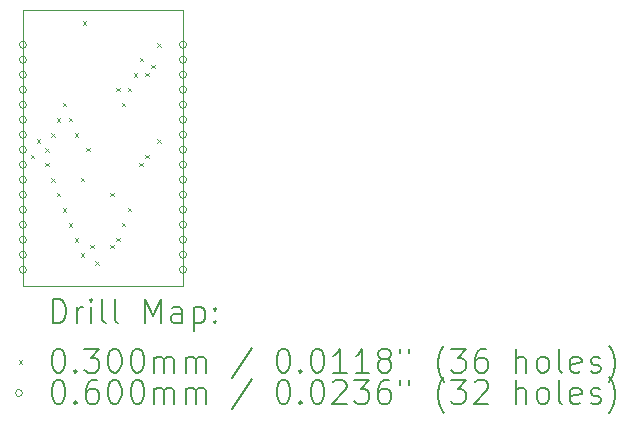
<source format=gbr>
%FSLAX45Y45*%
G04 Gerber Fmt 4.5, Leading zero omitted, Abs format (unit mm)*
G04 Created by KiCad (PCBNEW (6.0.1-0)) date 2022-03-15 16:22:52*
%MOMM*%
%LPD*%
G01*
G04 APERTURE LIST*
%TA.AperFunction,Profile*%
%ADD10C,0.100000*%
%TD*%
%ADD11C,0.200000*%
%ADD12C,0.030000*%
%ADD13C,0.060000*%
G04 APERTURE END LIST*
D10*
X10586000Y-4639000D02*
X10586000Y-6970000D01*
X11940000Y-4639000D02*
X11940000Y-6970000D01*
X10586000Y-6970000D02*
X11940000Y-6970000D01*
X10586000Y-4639000D02*
X11940000Y-4639000D01*
D11*
D12*
X10650000Y-5862500D02*
X10680000Y-5892500D01*
X10680000Y-5862500D02*
X10650000Y-5892500D01*
X10702500Y-5730000D02*
X10732500Y-5760000D01*
X10732500Y-5730000D02*
X10702500Y-5760000D01*
X10772500Y-5805000D02*
X10802500Y-5835000D01*
X10802500Y-5805000D02*
X10772500Y-5835000D01*
X10772500Y-5930000D02*
X10802500Y-5960000D01*
X10802500Y-5930000D02*
X10772500Y-5960000D01*
X10822500Y-5677500D02*
X10852500Y-5707500D01*
X10852500Y-5677500D02*
X10822500Y-5707500D01*
X10822500Y-6060000D02*
X10852500Y-6090000D01*
X10852500Y-6060000D02*
X10822500Y-6090000D01*
X10872500Y-5552500D02*
X10902500Y-5582500D01*
X10902500Y-5552500D02*
X10872500Y-5582500D01*
X10872500Y-6185000D02*
X10902500Y-6215000D01*
X10902500Y-6185000D02*
X10872500Y-6215000D01*
X10920000Y-5422500D02*
X10950000Y-5452500D01*
X10950000Y-5422500D02*
X10920000Y-5452500D01*
X10922500Y-6312500D02*
X10952500Y-6342500D01*
X10952500Y-6312500D02*
X10922500Y-6342500D01*
X10972500Y-5550000D02*
X11002500Y-5580000D01*
X11002500Y-5550000D02*
X10972500Y-5580000D01*
X10972500Y-6440000D02*
X11002500Y-6470000D01*
X11002500Y-6440000D02*
X10972500Y-6470000D01*
X11022500Y-5677500D02*
X11052500Y-5707500D01*
X11052500Y-5677500D02*
X11022500Y-5707500D01*
X11022500Y-6567500D02*
X11052500Y-6597500D01*
X11052500Y-6567500D02*
X11022500Y-6597500D01*
X11072500Y-6058000D02*
X11102500Y-6088000D01*
X11102500Y-6058000D02*
X11072500Y-6088000D01*
X11072500Y-6695000D02*
X11102500Y-6725000D01*
X11102500Y-6695000D02*
X11072500Y-6725000D01*
X11091000Y-4732000D02*
X11121000Y-4762000D01*
X11121000Y-4732000D02*
X11091000Y-4762000D01*
X11122000Y-5804000D02*
X11152000Y-5834000D01*
X11152000Y-5804000D02*
X11122000Y-5834000D01*
X11154000Y-6625000D02*
X11184000Y-6655000D01*
X11184000Y-6625000D02*
X11154000Y-6655000D01*
X11197000Y-6763000D02*
X11227000Y-6793000D01*
X11227000Y-6763000D02*
X11197000Y-6793000D01*
X11322000Y-6185000D02*
X11352000Y-6215000D01*
X11352000Y-6185000D02*
X11322000Y-6215000D01*
X11322500Y-6625000D02*
X11352500Y-6655000D01*
X11352500Y-6625000D02*
X11322500Y-6655000D01*
X11372500Y-5295000D02*
X11402500Y-5325000D01*
X11402500Y-5295000D02*
X11372500Y-5325000D01*
X11372500Y-6565000D02*
X11402500Y-6595000D01*
X11402500Y-6565000D02*
X11372500Y-6595000D01*
X11422000Y-5423000D02*
X11452000Y-5453000D01*
X11452000Y-5423000D02*
X11422000Y-5453000D01*
X11422500Y-6437500D02*
X11452500Y-6467500D01*
X11452500Y-6437500D02*
X11422500Y-6467500D01*
X11472000Y-5296000D02*
X11502000Y-5326000D01*
X11502000Y-5296000D02*
X11472000Y-5326000D01*
X11472500Y-6310000D02*
X11502500Y-6340000D01*
X11502500Y-6310000D02*
X11472500Y-6340000D01*
X11522000Y-5170000D02*
X11552000Y-5200000D01*
X11552000Y-5170000D02*
X11522000Y-5200000D01*
X11570000Y-5930000D02*
X11600000Y-5960000D01*
X11600000Y-5930000D02*
X11570000Y-5960000D01*
X11572000Y-5042000D02*
X11602000Y-5072000D01*
X11602000Y-5042000D02*
X11572000Y-5072000D01*
X11622000Y-5169000D02*
X11652000Y-5199000D01*
X11652000Y-5169000D02*
X11622000Y-5199000D01*
X11622500Y-5862500D02*
X11652500Y-5892500D01*
X11652500Y-5862500D02*
X11622500Y-5892500D01*
X11672000Y-5098000D02*
X11702000Y-5128000D01*
X11702000Y-5098000D02*
X11672000Y-5128000D01*
X11722000Y-5730000D02*
X11752000Y-5760000D01*
X11752000Y-5730000D02*
X11722000Y-5760000D01*
X11722500Y-4917500D02*
X11752500Y-4947500D01*
X11752500Y-4917500D02*
X11722500Y-4947500D01*
D13*
X10615000Y-4930000D02*
G75*
G03*
X10615000Y-4930000I-30000J0D01*
G01*
X10615000Y-5057000D02*
G75*
G03*
X10615000Y-5057000I-30000J0D01*
G01*
X10615000Y-5184000D02*
G75*
G03*
X10615000Y-5184000I-30000J0D01*
G01*
X10615000Y-5311000D02*
G75*
G03*
X10615000Y-5311000I-30000J0D01*
G01*
X10615000Y-5438000D02*
G75*
G03*
X10615000Y-5438000I-30000J0D01*
G01*
X10615000Y-5565000D02*
G75*
G03*
X10615000Y-5565000I-30000J0D01*
G01*
X10615000Y-5692000D02*
G75*
G03*
X10615000Y-5692000I-30000J0D01*
G01*
X10615000Y-5819000D02*
G75*
G03*
X10615000Y-5819000I-30000J0D01*
G01*
X10615000Y-5946000D02*
G75*
G03*
X10615000Y-5946000I-30000J0D01*
G01*
X10615000Y-6073000D02*
G75*
G03*
X10615000Y-6073000I-30000J0D01*
G01*
X10615000Y-6200000D02*
G75*
G03*
X10615000Y-6200000I-30000J0D01*
G01*
X10615000Y-6327000D02*
G75*
G03*
X10615000Y-6327000I-30000J0D01*
G01*
X10615000Y-6454000D02*
G75*
G03*
X10615000Y-6454000I-30000J0D01*
G01*
X10615000Y-6581000D02*
G75*
G03*
X10615000Y-6581000I-30000J0D01*
G01*
X10615000Y-6708000D02*
G75*
G03*
X10615000Y-6708000I-30000J0D01*
G01*
X10615000Y-6835000D02*
G75*
G03*
X10615000Y-6835000I-30000J0D01*
G01*
X11970000Y-4930000D02*
G75*
G03*
X11970000Y-4930000I-30000J0D01*
G01*
X11970000Y-5057000D02*
G75*
G03*
X11970000Y-5057000I-30000J0D01*
G01*
X11970000Y-5184000D02*
G75*
G03*
X11970000Y-5184000I-30000J0D01*
G01*
X11970000Y-5311000D02*
G75*
G03*
X11970000Y-5311000I-30000J0D01*
G01*
X11970000Y-5438000D02*
G75*
G03*
X11970000Y-5438000I-30000J0D01*
G01*
X11970000Y-5565000D02*
G75*
G03*
X11970000Y-5565000I-30000J0D01*
G01*
X11970000Y-5692000D02*
G75*
G03*
X11970000Y-5692000I-30000J0D01*
G01*
X11970000Y-5819000D02*
G75*
G03*
X11970000Y-5819000I-30000J0D01*
G01*
X11970000Y-5946000D02*
G75*
G03*
X11970000Y-5946000I-30000J0D01*
G01*
X11970000Y-6073000D02*
G75*
G03*
X11970000Y-6073000I-30000J0D01*
G01*
X11970000Y-6200000D02*
G75*
G03*
X11970000Y-6200000I-30000J0D01*
G01*
X11970000Y-6327000D02*
G75*
G03*
X11970000Y-6327000I-30000J0D01*
G01*
X11970000Y-6454000D02*
G75*
G03*
X11970000Y-6454000I-30000J0D01*
G01*
X11970000Y-6581000D02*
G75*
G03*
X11970000Y-6581000I-30000J0D01*
G01*
X11970000Y-6708000D02*
G75*
G03*
X11970000Y-6708000I-30000J0D01*
G01*
X11970000Y-6835000D02*
G75*
G03*
X11970000Y-6835000I-30000J0D01*
G01*
D11*
X10838619Y-7285476D02*
X10838619Y-7085476D01*
X10886238Y-7085476D01*
X10914810Y-7095000D01*
X10933857Y-7114048D01*
X10943381Y-7133095D01*
X10952905Y-7171190D01*
X10952905Y-7199762D01*
X10943381Y-7237857D01*
X10933857Y-7256905D01*
X10914810Y-7275952D01*
X10886238Y-7285476D01*
X10838619Y-7285476D01*
X11038619Y-7285476D02*
X11038619Y-7152143D01*
X11038619Y-7190238D02*
X11048143Y-7171190D01*
X11057667Y-7161667D01*
X11076714Y-7152143D01*
X11095762Y-7152143D01*
X11162429Y-7285476D02*
X11162429Y-7152143D01*
X11162429Y-7085476D02*
X11152905Y-7095000D01*
X11162429Y-7104524D01*
X11171952Y-7095000D01*
X11162429Y-7085476D01*
X11162429Y-7104524D01*
X11286238Y-7285476D02*
X11267190Y-7275952D01*
X11257667Y-7256905D01*
X11257667Y-7085476D01*
X11391000Y-7285476D02*
X11371952Y-7275952D01*
X11362428Y-7256905D01*
X11362428Y-7085476D01*
X11619571Y-7285476D02*
X11619571Y-7085476D01*
X11686238Y-7228333D01*
X11752905Y-7085476D01*
X11752905Y-7285476D01*
X11933857Y-7285476D02*
X11933857Y-7180714D01*
X11924333Y-7161667D01*
X11905286Y-7152143D01*
X11867190Y-7152143D01*
X11848143Y-7161667D01*
X11933857Y-7275952D02*
X11914809Y-7285476D01*
X11867190Y-7285476D01*
X11848143Y-7275952D01*
X11838619Y-7256905D01*
X11838619Y-7237857D01*
X11848143Y-7218809D01*
X11867190Y-7209286D01*
X11914809Y-7209286D01*
X11933857Y-7199762D01*
X12029095Y-7152143D02*
X12029095Y-7352143D01*
X12029095Y-7161667D02*
X12048143Y-7152143D01*
X12086238Y-7152143D01*
X12105286Y-7161667D01*
X12114809Y-7171190D01*
X12124333Y-7190238D01*
X12124333Y-7247381D01*
X12114809Y-7266428D01*
X12105286Y-7275952D01*
X12086238Y-7285476D01*
X12048143Y-7285476D01*
X12029095Y-7275952D01*
X12210048Y-7266428D02*
X12219571Y-7275952D01*
X12210048Y-7285476D01*
X12200524Y-7275952D01*
X12210048Y-7266428D01*
X12210048Y-7285476D01*
X12210048Y-7161667D02*
X12219571Y-7171190D01*
X12210048Y-7180714D01*
X12200524Y-7171190D01*
X12210048Y-7161667D01*
X12210048Y-7180714D01*
D12*
X10551000Y-7600000D02*
X10581000Y-7630000D01*
X10581000Y-7600000D02*
X10551000Y-7630000D01*
D11*
X10876714Y-7505476D02*
X10895762Y-7505476D01*
X10914810Y-7515000D01*
X10924333Y-7524524D01*
X10933857Y-7543571D01*
X10943381Y-7581667D01*
X10943381Y-7629286D01*
X10933857Y-7667381D01*
X10924333Y-7686428D01*
X10914810Y-7695952D01*
X10895762Y-7705476D01*
X10876714Y-7705476D01*
X10857667Y-7695952D01*
X10848143Y-7686428D01*
X10838619Y-7667381D01*
X10829095Y-7629286D01*
X10829095Y-7581667D01*
X10838619Y-7543571D01*
X10848143Y-7524524D01*
X10857667Y-7515000D01*
X10876714Y-7505476D01*
X11029095Y-7686428D02*
X11038619Y-7695952D01*
X11029095Y-7705476D01*
X11019571Y-7695952D01*
X11029095Y-7686428D01*
X11029095Y-7705476D01*
X11105286Y-7505476D02*
X11229095Y-7505476D01*
X11162429Y-7581667D01*
X11191000Y-7581667D01*
X11210048Y-7591190D01*
X11219571Y-7600714D01*
X11229095Y-7619762D01*
X11229095Y-7667381D01*
X11219571Y-7686428D01*
X11210048Y-7695952D01*
X11191000Y-7705476D01*
X11133857Y-7705476D01*
X11114810Y-7695952D01*
X11105286Y-7686428D01*
X11352905Y-7505476D02*
X11371952Y-7505476D01*
X11391000Y-7515000D01*
X11400524Y-7524524D01*
X11410048Y-7543571D01*
X11419571Y-7581667D01*
X11419571Y-7629286D01*
X11410048Y-7667381D01*
X11400524Y-7686428D01*
X11391000Y-7695952D01*
X11371952Y-7705476D01*
X11352905Y-7705476D01*
X11333857Y-7695952D01*
X11324333Y-7686428D01*
X11314809Y-7667381D01*
X11305286Y-7629286D01*
X11305286Y-7581667D01*
X11314809Y-7543571D01*
X11324333Y-7524524D01*
X11333857Y-7515000D01*
X11352905Y-7505476D01*
X11543381Y-7505476D02*
X11562428Y-7505476D01*
X11581476Y-7515000D01*
X11591000Y-7524524D01*
X11600524Y-7543571D01*
X11610048Y-7581667D01*
X11610048Y-7629286D01*
X11600524Y-7667381D01*
X11591000Y-7686428D01*
X11581476Y-7695952D01*
X11562428Y-7705476D01*
X11543381Y-7705476D01*
X11524333Y-7695952D01*
X11514809Y-7686428D01*
X11505286Y-7667381D01*
X11495762Y-7629286D01*
X11495762Y-7581667D01*
X11505286Y-7543571D01*
X11514809Y-7524524D01*
X11524333Y-7515000D01*
X11543381Y-7505476D01*
X11695762Y-7705476D02*
X11695762Y-7572143D01*
X11695762Y-7591190D02*
X11705286Y-7581667D01*
X11724333Y-7572143D01*
X11752905Y-7572143D01*
X11771952Y-7581667D01*
X11781476Y-7600714D01*
X11781476Y-7705476D01*
X11781476Y-7600714D02*
X11791000Y-7581667D01*
X11810048Y-7572143D01*
X11838619Y-7572143D01*
X11857667Y-7581667D01*
X11867190Y-7600714D01*
X11867190Y-7705476D01*
X11962428Y-7705476D02*
X11962428Y-7572143D01*
X11962428Y-7591190D02*
X11971952Y-7581667D01*
X11991000Y-7572143D01*
X12019571Y-7572143D01*
X12038619Y-7581667D01*
X12048143Y-7600714D01*
X12048143Y-7705476D01*
X12048143Y-7600714D02*
X12057667Y-7581667D01*
X12076714Y-7572143D01*
X12105286Y-7572143D01*
X12124333Y-7581667D01*
X12133857Y-7600714D01*
X12133857Y-7705476D01*
X12524333Y-7495952D02*
X12352905Y-7753095D01*
X12781476Y-7505476D02*
X12800524Y-7505476D01*
X12819571Y-7515000D01*
X12829095Y-7524524D01*
X12838619Y-7543571D01*
X12848143Y-7581667D01*
X12848143Y-7629286D01*
X12838619Y-7667381D01*
X12829095Y-7686428D01*
X12819571Y-7695952D01*
X12800524Y-7705476D01*
X12781476Y-7705476D01*
X12762428Y-7695952D01*
X12752905Y-7686428D01*
X12743381Y-7667381D01*
X12733857Y-7629286D01*
X12733857Y-7581667D01*
X12743381Y-7543571D01*
X12752905Y-7524524D01*
X12762428Y-7515000D01*
X12781476Y-7505476D01*
X12933857Y-7686428D02*
X12943381Y-7695952D01*
X12933857Y-7705476D01*
X12924333Y-7695952D01*
X12933857Y-7686428D01*
X12933857Y-7705476D01*
X13067190Y-7505476D02*
X13086238Y-7505476D01*
X13105286Y-7515000D01*
X13114809Y-7524524D01*
X13124333Y-7543571D01*
X13133857Y-7581667D01*
X13133857Y-7629286D01*
X13124333Y-7667381D01*
X13114809Y-7686428D01*
X13105286Y-7695952D01*
X13086238Y-7705476D01*
X13067190Y-7705476D01*
X13048143Y-7695952D01*
X13038619Y-7686428D01*
X13029095Y-7667381D01*
X13019571Y-7629286D01*
X13019571Y-7581667D01*
X13029095Y-7543571D01*
X13038619Y-7524524D01*
X13048143Y-7515000D01*
X13067190Y-7505476D01*
X13324333Y-7705476D02*
X13210048Y-7705476D01*
X13267190Y-7705476D02*
X13267190Y-7505476D01*
X13248143Y-7534048D01*
X13229095Y-7553095D01*
X13210048Y-7562619D01*
X13514809Y-7705476D02*
X13400524Y-7705476D01*
X13457667Y-7705476D02*
X13457667Y-7505476D01*
X13438619Y-7534048D01*
X13419571Y-7553095D01*
X13400524Y-7562619D01*
X13629095Y-7591190D02*
X13610048Y-7581667D01*
X13600524Y-7572143D01*
X13591000Y-7553095D01*
X13591000Y-7543571D01*
X13600524Y-7524524D01*
X13610048Y-7515000D01*
X13629095Y-7505476D01*
X13667190Y-7505476D01*
X13686238Y-7515000D01*
X13695762Y-7524524D01*
X13705286Y-7543571D01*
X13705286Y-7553095D01*
X13695762Y-7572143D01*
X13686238Y-7581667D01*
X13667190Y-7591190D01*
X13629095Y-7591190D01*
X13610048Y-7600714D01*
X13600524Y-7610238D01*
X13591000Y-7629286D01*
X13591000Y-7667381D01*
X13600524Y-7686428D01*
X13610048Y-7695952D01*
X13629095Y-7705476D01*
X13667190Y-7705476D01*
X13686238Y-7695952D01*
X13695762Y-7686428D01*
X13705286Y-7667381D01*
X13705286Y-7629286D01*
X13695762Y-7610238D01*
X13686238Y-7600714D01*
X13667190Y-7591190D01*
X13781476Y-7505476D02*
X13781476Y-7543571D01*
X13857667Y-7505476D02*
X13857667Y-7543571D01*
X14152905Y-7781667D02*
X14143381Y-7772143D01*
X14124333Y-7743571D01*
X14114809Y-7724524D01*
X14105286Y-7695952D01*
X14095762Y-7648333D01*
X14095762Y-7610238D01*
X14105286Y-7562619D01*
X14114809Y-7534048D01*
X14124333Y-7515000D01*
X14143381Y-7486428D01*
X14152905Y-7476905D01*
X14210048Y-7505476D02*
X14333857Y-7505476D01*
X14267190Y-7581667D01*
X14295762Y-7581667D01*
X14314809Y-7591190D01*
X14324333Y-7600714D01*
X14333857Y-7619762D01*
X14333857Y-7667381D01*
X14324333Y-7686428D01*
X14314809Y-7695952D01*
X14295762Y-7705476D01*
X14238619Y-7705476D01*
X14219571Y-7695952D01*
X14210048Y-7686428D01*
X14505286Y-7505476D02*
X14467190Y-7505476D01*
X14448143Y-7515000D01*
X14438619Y-7524524D01*
X14419571Y-7553095D01*
X14410048Y-7591190D01*
X14410048Y-7667381D01*
X14419571Y-7686428D01*
X14429095Y-7695952D01*
X14448143Y-7705476D01*
X14486238Y-7705476D01*
X14505286Y-7695952D01*
X14514809Y-7686428D01*
X14524333Y-7667381D01*
X14524333Y-7619762D01*
X14514809Y-7600714D01*
X14505286Y-7591190D01*
X14486238Y-7581667D01*
X14448143Y-7581667D01*
X14429095Y-7591190D01*
X14419571Y-7600714D01*
X14410048Y-7619762D01*
X14762428Y-7705476D02*
X14762428Y-7505476D01*
X14848143Y-7705476D02*
X14848143Y-7600714D01*
X14838619Y-7581667D01*
X14819571Y-7572143D01*
X14791000Y-7572143D01*
X14771952Y-7581667D01*
X14762428Y-7591190D01*
X14971952Y-7705476D02*
X14952905Y-7695952D01*
X14943381Y-7686428D01*
X14933857Y-7667381D01*
X14933857Y-7610238D01*
X14943381Y-7591190D01*
X14952905Y-7581667D01*
X14971952Y-7572143D01*
X15000524Y-7572143D01*
X15019571Y-7581667D01*
X15029095Y-7591190D01*
X15038619Y-7610238D01*
X15038619Y-7667381D01*
X15029095Y-7686428D01*
X15019571Y-7695952D01*
X15000524Y-7705476D01*
X14971952Y-7705476D01*
X15152905Y-7705476D02*
X15133857Y-7695952D01*
X15124333Y-7676905D01*
X15124333Y-7505476D01*
X15305286Y-7695952D02*
X15286238Y-7705476D01*
X15248143Y-7705476D01*
X15229095Y-7695952D01*
X15219571Y-7676905D01*
X15219571Y-7600714D01*
X15229095Y-7581667D01*
X15248143Y-7572143D01*
X15286238Y-7572143D01*
X15305286Y-7581667D01*
X15314809Y-7600714D01*
X15314809Y-7619762D01*
X15219571Y-7638809D01*
X15391000Y-7695952D02*
X15410048Y-7705476D01*
X15448143Y-7705476D01*
X15467190Y-7695952D01*
X15476714Y-7676905D01*
X15476714Y-7667381D01*
X15467190Y-7648333D01*
X15448143Y-7638809D01*
X15419571Y-7638809D01*
X15400524Y-7629286D01*
X15391000Y-7610238D01*
X15391000Y-7600714D01*
X15400524Y-7581667D01*
X15419571Y-7572143D01*
X15448143Y-7572143D01*
X15467190Y-7581667D01*
X15543381Y-7781667D02*
X15552905Y-7772143D01*
X15571952Y-7743571D01*
X15581476Y-7724524D01*
X15591000Y-7695952D01*
X15600524Y-7648333D01*
X15600524Y-7610238D01*
X15591000Y-7562619D01*
X15581476Y-7534048D01*
X15571952Y-7515000D01*
X15552905Y-7486428D01*
X15543381Y-7476905D01*
D13*
X10581000Y-7879000D02*
G75*
G03*
X10581000Y-7879000I-30000J0D01*
G01*
D11*
X10876714Y-7769476D02*
X10895762Y-7769476D01*
X10914810Y-7779000D01*
X10924333Y-7788524D01*
X10933857Y-7807571D01*
X10943381Y-7845667D01*
X10943381Y-7893286D01*
X10933857Y-7931381D01*
X10924333Y-7950428D01*
X10914810Y-7959952D01*
X10895762Y-7969476D01*
X10876714Y-7969476D01*
X10857667Y-7959952D01*
X10848143Y-7950428D01*
X10838619Y-7931381D01*
X10829095Y-7893286D01*
X10829095Y-7845667D01*
X10838619Y-7807571D01*
X10848143Y-7788524D01*
X10857667Y-7779000D01*
X10876714Y-7769476D01*
X11029095Y-7950428D02*
X11038619Y-7959952D01*
X11029095Y-7969476D01*
X11019571Y-7959952D01*
X11029095Y-7950428D01*
X11029095Y-7969476D01*
X11210048Y-7769476D02*
X11171952Y-7769476D01*
X11152905Y-7779000D01*
X11143381Y-7788524D01*
X11124333Y-7817095D01*
X11114810Y-7855190D01*
X11114810Y-7931381D01*
X11124333Y-7950428D01*
X11133857Y-7959952D01*
X11152905Y-7969476D01*
X11191000Y-7969476D01*
X11210048Y-7959952D01*
X11219571Y-7950428D01*
X11229095Y-7931381D01*
X11229095Y-7883762D01*
X11219571Y-7864714D01*
X11210048Y-7855190D01*
X11191000Y-7845667D01*
X11152905Y-7845667D01*
X11133857Y-7855190D01*
X11124333Y-7864714D01*
X11114810Y-7883762D01*
X11352905Y-7769476D02*
X11371952Y-7769476D01*
X11391000Y-7779000D01*
X11400524Y-7788524D01*
X11410048Y-7807571D01*
X11419571Y-7845667D01*
X11419571Y-7893286D01*
X11410048Y-7931381D01*
X11400524Y-7950428D01*
X11391000Y-7959952D01*
X11371952Y-7969476D01*
X11352905Y-7969476D01*
X11333857Y-7959952D01*
X11324333Y-7950428D01*
X11314809Y-7931381D01*
X11305286Y-7893286D01*
X11305286Y-7845667D01*
X11314809Y-7807571D01*
X11324333Y-7788524D01*
X11333857Y-7779000D01*
X11352905Y-7769476D01*
X11543381Y-7769476D02*
X11562428Y-7769476D01*
X11581476Y-7779000D01*
X11591000Y-7788524D01*
X11600524Y-7807571D01*
X11610048Y-7845667D01*
X11610048Y-7893286D01*
X11600524Y-7931381D01*
X11591000Y-7950428D01*
X11581476Y-7959952D01*
X11562428Y-7969476D01*
X11543381Y-7969476D01*
X11524333Y-7959952D01*
X11514809Y-7950428D01*
X11505286Y-7931381D01*
X11495762Y-7893286D01*
X11495762Y-7845667D01*
X11505286Y-7807571D01*
X11514809Y-7788524D01*
X11524333Y-7779000D01*
X11543381Y-7769476D01*
X11695762Y-7969476D02*
X11695762Y-7836143D01*
X11695762Y-7855190D02*
X11705286Y-7845667D01*
X11724333Y-7836143D01*
X11752905Y-7836143D01*
X11771952Y-7845667D01*
X11781476Y-7864714D01*
X11781476Y-7969476D01*
X11781476Y-7864714D02*
X11791000Y-7845667D01*
X11810048Y-7836143D01*
X11838619Y-7836143D01*
X11857667Y-7845667D01*
X11867190Y-7864714D01*
X11867190Y-7969476D01*
X11962428Y-7969476D02*
X11962428Y-7836143D01*
X11962428Y-7855190D02*
X11971952Y-7845667D01*
X11991000Y-7836143D01*
X12019571Y-7836143D01*
X12038619Y-7845667D01*
X12048143Y-7864714D01*
X12048143Y-7969476D01*
X12048143Y-7864714D02*
X12057667Y-7845667D01*
X12076714Y-7836143D01*
X12105286Y-7836143D01*
X12124333Y-7845667D01*
X12133857Y-7864714D01*
X12133857Y-7969476D01*
X12524333Y-7759952D02*
X12352905Y-8017095D01*
X12781476Y-7769476D02*
X12800524Y-7769476D01*
X12819571Y-7779000D01*
X12829095Y-7788524D01*
X12838619Y-7807571D01*
X12848143Y-7845667D01*
X12848143Y-7893286D01*
X12838619Y-7931381D01*
X12829095Y-7950428D01*
X12819571Y-7959952D01*
X12800524Y-7969476D01*
X12781476Y-7969476D01*
X12762428Y-7959952D01*
X12752905Y-7950428D01*
X12743381Y-7931381D01*
X12733857Y-7893286D01*
X12733857Y-7845667D01*
X12743381Y-7807571D01*
X12752905Y-7788524D01*
X12762428Y-7779000D01*
X12781476Y-7769476D01*
X12933857Y-7950428D02*
X12943381Y-7959952D01*
X12933857Y-7969476D01*
X12924333Y-7959952D01*
X12933857Y-7950428D01*
X12933857Y-7969476D01*
X13067190Y-7769476D02*
X13086238Y-7769476D01*
X13105286Y-7779000D01*
X13114809Y-7788524D01*
X13124333Y-7807571D01*
X13133857Y-7845667D01*
X13133857Y-7893286D01*
X13124333Y-7931381D01*
X13114809Y-7950428D01*
X13105286Y-7959952D01*
X13086238Y-7969476D01*
X13067190Y-7969476D01*
X13048143Y-7959952D01*
X13038619Y-7950428D01*
X13029095Y-7931381D01*
X13019571Y-7893286D01*
X13019571Y-7845667D01*
X13029095Y-7807571D01*
X13038619Y-7788524D01*
X13048143Y-7779000D01*
X13067190Y-7769476D01*
X13210048Y-7788524D02*
X13219571Y-7779000D01*
X13238619Y-7769476D01*
X13286238Y-7769476D01*
X13305286Y-7779000D01*
X13314809Y-7788524D01*
X13324333Y-7807571D01*
X13324333Y-7826619D01*
X13314809Y-7855190D01*
X13200524Y-7969476D01*
X13324333Y-7969476D01*
X13391000Y-7769476D02*
X13514809Y-7769476D01*
X13448143Y-7845667D01*
X13476714Y-7845667D01*
X13495762Y-7855190D01*
X13505286Y-7864714D01*
X13514809Y-7883762D01*
X13514809Y-7931381D01*
X13505286Y-7950428D01*
X13495762Y-7959952D01*
X13476714Y-7969476D01*
X13419571Y-7969476D01*
X13400524Y-7959952D01*
X13391000Y-7950428D01*
X13686238Y-7769476D02*
X13648143Y-7769476D01*
X13629095Y-7779000D01*
X13619571Y-7788524D01*
X13600524Y-7817095D01*
X13591000Y-7855190D01*
X13591000Y-7931381D01*
X13600524Y-7950428D01*
X13610048Y-7959952D01*
X13629095Y-7969476D01*
X13667190Y-7969476D01*
X13686238Y-7959952D01*
X13695762Y-7950428D01*
X13705286Y-7931381D01*
X13705286Y-7883762D01*
X13695762Y-7864714D01*
X13686238Y-7855190D01*
X13667190Y-7845667D01*
X13629095Y-7845667D01*
X13610048Y-7855190D01*
X13600524Y-7864714D01*
X13591000Y-7883762D01*
X13781476Y-7769476D02*
X13781476Y-7807571D01*
X13857667Y-7769476D02*
X13857667Y-7807571D01*
X14152905Y-8045667D02*
X14143381Y-8036143D01*
X14124333Y-8007571D01*
X14114809Y-7988524D01*
X14105286Y-7959952D01*
X14095762Y-7912333D01*
X14095762Y-7874238D01*
X14105286Y-7826619D01*
X14114809Y-7798048D01*
X14124333Y-7779000D01*
X14143381Y-7750428D01*
X14152905Y-7740905D01*
X14210048Y-7769476D02*
X14333857Y-7769476D01*
X14267190Y-7845667D01*
X14295762Y-7845667D01*
X14314809Y-7855190D01*
X14324333Y-7864714D01*
X14333857Y-7883762D01*
X14333857Y-7931381D01*
X14324333Y-7950428D01*
X14314809Y-7959952D01*
X14295762Y-7969476D01*
X14238619Y-7969476D01*
X14219571Y-7959952D01*
X14210048Y-7950428D01*
X14410048Y-7788524D02*
X14419571Y-7779000D01*
X14438619Y-7769476D01*
X14486238Y-7769476D01*
X14505286Y-7779000D01*
X14514809Y-7788524D01*
X14524333Y-7807571D01*
X14524333Y-7826619D01*
X14514809Y-7855190D01*
X14400524Y-7969476D01*
X14524333Y-7969476D01*
X14762428Y-7969476D02*
X14762428Y-7769476D01*
X14848143Y-7969476D02*
X14848143Y-7864714D01*
X14838619Y-7845667D01*
X14819571Y-7836143D01*
X14791000Y-7836143D01*
X14771952Y-7845667D01*
X14762428Y-7855190D01*
X14971952Y-7969476D02*
X14952905Y-7959952D01*
X14943381Y-7950428D01*
X14933857Y-7931381D01*
X14933857Y-7874238D01*
X14943381Y-7855190D01*
X14952905Y-7845667D01*
X14971952Y-7836143D01*
X15000524Y-7836143D01*
X15019571Y-7845667D01*
X15029095Y-7855190D01*
X15038619Y-7874238D01*
X15038619Y-7931381D01*
X15029095Y-7950428D01*
X15019571Y-7959952D01*
X15000524Y-7969476D01*
X14971952Y-7969476D01*
X15152905Y-7969476D02*
X15133857Y-7959952D01*
X15124333Y-7940905D01*
X15124333Y-7769476D01*
X15305286Y-7959952D02*
X15286238Y-7969476D01*
X15248143Y-7969476D01*
X15229095Y-7959952D01*
X15219571Y-7940905D01*
X15219571Y-7864714D01*
X15229095Y-7845667D01*
X15248143Y-7836143D01*
X15286238Y-7836143D01*
X15305286Y-7845667D01*
X15314809Y-7864714D01*
X15314809Y-7883762D01*
X15219571Y-7902809D01*
X15391000Y-7959952D02*
X15410048Y-7969476D01*
X15448143Y-7969476D01*
X15467190Y-7959952D01*
X15476714Y-7940905D01*
X15476714Y-7931381D01*
X15467190Y-7912333D01*
X15448143Y-7902809D01*
X15419571Y-7902809D01*
X15400524Y-7893286D01*
X15391000Y-7874238D01*
X15391000Y-7864714D01*
X15400524Y-7845667D01*
X15419571Y-7836143D01*
X15448143Y-7836143D01*
X15467190Y-7845667D01*
X15543381Y-8045667D02*
X15552905Y-8036143D01*
X15571952Y-8007571D01*
X15581476Y-7988524D01*
X15591000Y-7959952D01*
X15600524Y-7912333D01*
X15600524Y-7874238D01*
X15591000Y-7826619D01*
X15581476Y-7798048D01*
X15571952Y-7779000D01*
X15552905Y-7750428D01*
X15543381Y-7740905D01*
M02*

</source>
